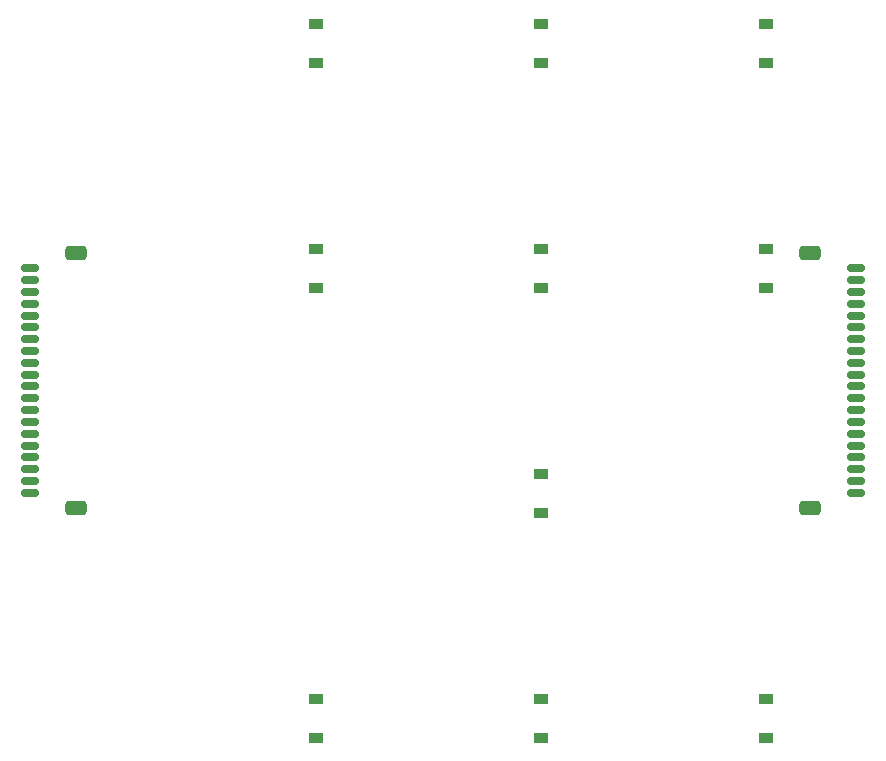
<source format=gtp>
G04 #@! TF.GenerationSoftware,KiCad,Pcbnew,(6.0.9)*
G04 #@! TF.CreationDate,2022-12-29T20:25:28-06:00*
G04 #@! TF.ProjectId,Navigation Keys,4e617669-6761-4746-996f-6e204b657973,rev?*
G04 #@! TF.SameCoordinates,Original*
G04 #@! TF.FileFunction,Paste,Top*
G04 #@! TF.FilePolarity,Positive*
%FSLAX46Y46*%
G04 Gerber Fmt 4.6, Leading zero omitted, Abs format (unit mm)*
G04 Created by KiCad (PCBNEW (6.0.9)) date 2022-12-29 20:25:28*
%MOMM*%
%LPD*%
G01*
G04 APERTURE LIST*
G04 Aperture macros list*
%AMRoundRect*
0 Rectangle with rounded corners*
0 $1 Rounding radius*
0 $2 $3 $4 $5 $6 $7 $8 $9 X,Y pos of 4 corners*
0 Add a 4 corners polygon primitive as box body*
4,1,4,$2,$3,$4,$5,$6,$7,$8,$9,$2,$3,0*
0 Add four circle primitives for the rounded corners*
1,1,$1+$1,$2,$3*
1,1,$1+$1,$4,$5*
1,1,$1+$1,$6,$7*
1,1,$1+$1,$8,$9*
0 Add four rect primitives between the rounded corners*
20,1,$1+$1,$2,$3,$4,$5,0*
20,1,$1+$1,$4,$5,$6,$7,0*
20,1,$1+$1,$6,$7,$8,$9,0*
20,1,$1+$1,$8,$9,$2,$3,0*%
G04 Aperture macros list end*
%ADD10R,1.200000X0.900000*%
%ADD11RoundRect,0.150000X0.625000X-0.150000X0.625000X0.150000X-0.625000X0.150000X-0.625000X-0.150000X0*%
%ADD12RoundRect,0.250000X0.650000X-0.350000X0.650000X0.350000X-0.650000X0.350000X-0.650000X-0.350000X0*%
%ADD13RoundRect,0.150000X-0.625000X0.150000X-0.625000X-0.150000X0.625000X-0.150000X0.625000X0.150000X0*%
%ADD14RoundRect,0.250000X-0.650000X0.350000X-0.650000X-0.350000X0.650000X-0.350000X0.650000X0.350000X0*%
G04 APERTURE END LIST*
D10*
X161131250Y-91343750D03*
X161131250Y-88043750D03*
D11*
X136906250Y-108718750D03*
X136906250Y-107718750D03*
X136906250Y-106718750D03*
X136906250Y-105718750D03*
X136906250Y-104718750D03*
X136906250Y-103718750D03*
X136906250Y-102718750D03*
X136906250Y-101718750D03*
X136906250Y-100718750D03*
X136906250Y-99718750D03*
X136906250Y-98718750D03*
X136906250Y-97718750D03*
X136906250Y-96718750D03*
X136906250Y-95718750D03*
X136906250Y-94718750D03*
X136906250Y-93718750D03*
X136906250Y-92718750D03*
X136906250Y-91718750D03*
X136906250Y-90718750D03*
X136906250Y-89718750D03*
D12*
X140781250Y-88418750D03*
X140781250Y-110018750D03*
D10*
X161131250Y-72293750D03*
X161131250Y-68993750D03*
X161131250Y-129443750D03*
X161131250Y-126143750D03*
X180181250Y-72293750D03*
X180181250Y-68993750D03*
X199231250Y-129443750D03*
X199231250Y-126143750D03*
X180181250Y-91343750D03*
X180181250Y-88043750D03*
X180181250Y-110393750D03*
X180181250Y-107093750D03*
X180181250Y-129443750D03*
X180181250Y-126143750D03*
X199231250Y-91343750D03*
X199231250Y-88043750D03*
X199231250Y-72293750D03*
X199231250Y-68993750D03*
D13*
X206787500Y-89718750D03*
X206787500Y-90718750D03*
X206787500Y-91718750D03*
X206787500Y-92718750D03*
X206787500Y-93718750D03*
X206787500Y-94718750D03*
X206787500Y-95718750D03*
X206787500Y-96718750D03*
X206787500Y-97718750D03*
X206787500Y-98718750D03*
X206787500Y-99718750D03*
X206787500Y-100718750D03*
X206787500Y-101718750D03*
X206787500Y-102718750D03*
X206787500Y-103718750D03*
X206787500Y-104718750D03*
X206787500Y-105718750D03*
X206787500Y-106718750D03*
X206787500Y-107718750D03*
X206787500Y-108718750D03*
D14*
X202912500Y-110018750D03*
X202912500Y-88418750D03*
M02*

</source>
